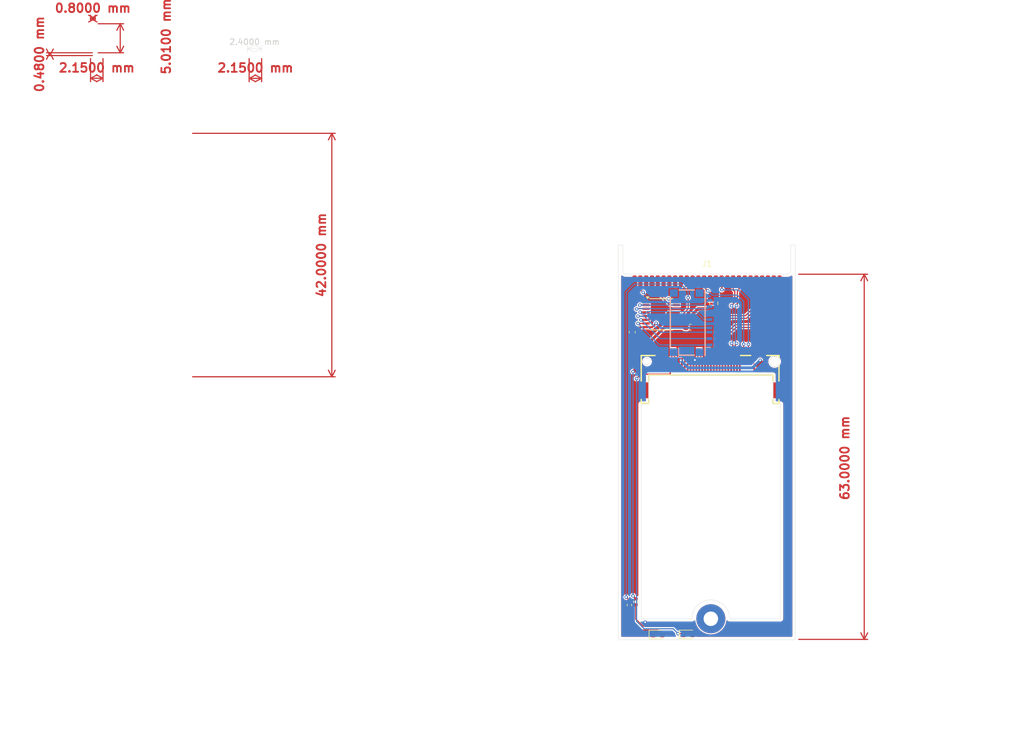
<source format=kicad_pcb>
(kicad_pcb (version 20240108) (generator "pcbnew") (generator_version "8.0")
  (layers (0 "F.Cu" signal) (31 "B.Cu" signal) (34 "B.Paste" user) (35 "F.Paste" user) (36 "B.SilkS" user "B.Silkscreen") (37 "F.SilkS" user "F.Silkscreen") (38 "B.Mask" user) (39 "F.Mask" user) (44 "Edge.Cuts" user))
  (net 0 "")
  (net 1 "GND")
  (net 2 "/SD_3V3")
  (net 3 "+3V3")
  (net 4 "Net-(D1-A)")
  (net 5 "/PCIe_LED")
  (net 6 "Net-(D2-A)")
  (net 7 "/SD_DAT1")
  (net 8 "/SD_DAT3")
  (net 9 "/SD_DAT0")
  (net 10 "/SD_CMD")
  (net 11 "/SD_CLK")
  (net 12 "/SD_DAT2")
  (net 13 "/USB_D-")
  (net 14 "/USB_D+")
  (net 15 "/SD_LED")
  (net 18 "/PERST")
  (net 20 "/CLKREQ")
  (net 59 "/PCIe_TX-")
  (net 60 "/PCIe_RX+")
  (net 61 "/PCIe_RX-")
  (net 62 "/PCIe_TX+")
  (net 63 "/RCLK+")
  (net 64 "/RCLK-")
  (net 69 "/E3V3")
  (footprint "Library:CONN-SMD_APCI0159-P001A" (layer "F.Cu") (at 169.75 99.78)
    (property "Reference" "J2" (hide yes))
    (property "Value" "Bus_M.2_Socket_M" (hide yes))
    (fp_line (start -12 -2.75) (end -12 1.65) (stroke (width 0.25)) (layer "F.SilkS"))
    (fp_line (start -12 4.86) (end -12 5.07) (stroke (width 0.25)) (layer "F.SilkS"))
    (fp_line (start -12 4.86) (end -12 5.48) (stroke (width 0.25)) (layer "F.SilkS"))
    (fp_line (start -12 5.48) (end -10.7 5.48) (stroke (width 0.25)) (layer "F.SilkS"))
    (fp_line (start -10.7 0.62) (end 10.7 0.62) (stroke (width 0.25)) (layer "F.SilkS"))
    (fp_line (start -10.7 1.67) (end -10.7 0.62) (stroke (width 0.25)) (layer "F.SilkS"))
    (fp_line (start -10.7 5.48) (end -10.7 4.84) (stroke (width 0.25)) (layer "F.SilkS"))
    (fp_line (start -9.63 -2.75) (end -12 -2.75) (stroke (width 0.25)) (layer "F.SilkS"))
    (fp_line (start 6.87 -2.75) (end 5.13 -2.75) (stroke (width 0.25)) (layer "F.SilkS"))
    (fp_line (start 10.7 1.67) (end 10.7 0.62) (stroke (width 0.25)) (layer "F.SilkS"))
    (fp_line (start 10.7 4.84) (end 10.7 5.5) (stroke (width 0.25)) (layer "F.SilkS"))
    (fp_line (start 10.7 5.5) (end 11.75 5.5) (stroke (width 0.25)) (layer "F.SilkS"))
    (fp_line (start 11.75 -2.75) (end 9.63 -2.75) (stroke (width 0.25)) (layer "F.SilkS"))
    (fp_line (start 11.75 -2.44) (end 11.75 -2.75) (stroke (width 0.25)) (layer "F.SilkS"))
    (fp_line (start 11.75 1.65) (end 11.75 -0.99) (stroke (width 0.25)) (layer "F.SilkS"))
    (fp_line (start 11.75 5.5) (end 11.75 4.86) (stroke (width 0.25)) (layer "F.SilkS"))
    (pad "" thru_hole circle (at -11 -1.71) (size 1.2 1.2) (drill 1.2) (layers "*.Cu" "*.Mask"))
    (pad "" thru_hole circle (at 11 -1.71) (size 1.7 1.7) (drill 1.7) (layers "*.Cu" "*.Mask"))
    (pad "1" smd rect (at -9.25 -3.26 90) (size 1.5 0.3) (layers "F.Cu" "F.Paste" "F.Mask") (net 1 "GND"))
    (pad "2" smd rect (at -9 -0.62 90) (size 1.5 0.3) (layers "F.Cu" "F.Paste" "F.Mask") (net 3 "+3V3"))
    (pad "3" smd rect (at -8.75 -3.26 90) (size 1.5 0.3) (layers "F.Cu" "F.Paste" "F.Mask") (net 1 "GND"))
    (pad "4" smd rect (at -8.5 -0.62 90) (size 1.5 0.3) (layers "F.Cu" "F.Paste" "F.Mask") (net 3 "+3V3"))
    (pad "5" smd rect (at -8.25 -3.26 90) (size 1.5 0.3) (layers "F.Cu" "F.Paste" "F.Mask"))
    (pad "6" smd rect (at -8 -0.62 90) (size 1.5 0.3) (layers "F.Cu" "F.Paste" "F.Mask"))
    (pad "7" smd rect (at -7.75 -3.26 90) (size 1.5 0.3) (layers "F.Cu" "F.Paste" "F.Mask"))
    (pad "8" smd rect (at -7.5 -0.62 90) (size 1.5 0.3) (layers "F.Cu" "F.Paste" "F.Mask"))
    (pad "9" smd rect (at -7.25 -3.26 90) (size 1.5 0.3) (layers "F.Cu" "F.Paste" "F.Mask") (net 1 "GND"))
    (pad "10" smd rect (at -7 -0.62 90) (size 1.5 0.3) (layers "F.Cu" "F.Paste" "F.Mask") (net 5 "/PCIe_LED"))
    (pad "11" smd rect (at -6.75 -3.26 90) (size 1.5 0.3) (layers "F.Cu" "F.Paste" "F.Mask"))
    (pad "12" smd rect (at -6.5 -0.62 90) (size 1.5 0.3) (layers "F.Cu" "F.Paste" "F.Mask") (net 3 "+3V3"))
    (pad "13" smd rect (at -6.25 -3.26 90) (size 1.5 0.3) (layers "F.Cu" "F.Paste" "F.Mask"))
    (pad "14" smd rect (at -6 -0.62 90) (size 1.5 0.3) (layers "F.Cu" "F.Paste" "F.Mask") (net 3 "+3V3"))
    (pad "15" smd rect (at -5.75 -3.26 90) (size 1.5 0.3) (layers "F.Cu" "F.Paste" "F.Mask") (net 1 "GND"))
    (pad "16" smd rect (at -5.5 -0.62 90) (size 1.5 0.3) (layers "F.Cu" "F.Paste" "F.Mask") (net 3 "+3V3"))
    (pad "17" smd rect (at -5.25 -3.26 90) (size 1.5 0.3) (layers "F.Cu" "F.Paste" "F.Mask"))
    (pad "18" smd rect (at -5 -0.62 90) (size 1.5 0.3) (layers "F.Cu" "F.Paste" "F.Mask") (net 3 "+3V3"))
    (pad "19" smd rect (at -4.75 -3.26 90) (size 1.5 0.3) (layers "F.Cu" "F.Paste" "F.Mask"))
    (pad "20" smd rect (at -4.5 -0.62 90) (size 1.5 0.3) (layers "F.Cu" "F.Paste" "F.Mask"))
    (pad "21" smd rect (at -4.25 -3.26 90) (size 1.5 0.3) (layers "F.Cu" "F.Paste" "F.Mask") (net 1 "GND"))
    (pad "22" smd rect (at -4 -0.62 90) (size 1.5 0.3) (layers "F.Cu" "F.Paste" "F.Mask"))
    (pad "23" smd rect (at -3.75 -3.26 90) (size 1.5 0.3) (layers "F.Cu" "F.Paste" "F.Mask"))
    (pad "24" smd rect (at -3.5 -0.62 90) (size 1.5 0.3) (layers "F.Cu" "F.Paste" "F.Mask"))
    (pad "25" smd rect (at -3.25 -3.26 90) (size 1.5 0.3) (layers "F.Cu" "F.Paste" "F.Mask"))
    (pad "26" smd rect (at -3 -0.62 90) (size 1.5 0.3) (layers "F.Cu" "F.Paste" "F.Mask"))
    (pad "27" smd rect (at -2.75 -3.26 90) (size 1.5 0.3) (layers "F.Cu" "F.Paste" "F.Mask") (net 1 "GND"))
    (pad "28" smd rect (at -2.5 -0.62 90) (size 1.5 0.3) (layers "F.Cu" "F.Paste" "F.Mask"))
    (pad "29" smd rect (at -2.25 -3.26 90) (size 1.5 0.3) (layers "F.Cu" "F.Paste" "F.Mask"))
    (pad "30" smd rect (at -2 -0.62 90) (size 1.5 0.3) (layers "F.Cu" "F.Paste" "F.Mask"))
    (pad "31" smd rect (at -1.75 -3.26 90) (size 1.5 0.3) (layers "F.Cu" "F.Paste" "F.Mask"))
    (pad "32" smd rect (at -1.5 -0.62 90) (size 1.5 0.3) (layers "F.Cu" "F.Paste" "F.Mask"))
    (pad "33" smd rect (at -1.25 -3.26 90) (size 1.5 0.3) (layers "F.Cu" "F.Paste" "F.Mask") (net 1 "GND"))
    (pad "34" smd rect (at -1 -0.62 90) (size 1.5 0.3) (layers "F.Cu" "F.Paste" "F.Mask"))
    (pad "35" smd rect (at -0.75 -3.26 90) (size 1.5 0.3) (layers "F.Cu" "F.Paste" "F.Mask"))
    (pad "36" smd rect (at -0.5 -0.62 90) (size 1.5 0.3) (layers "F.Cu" "F.Paste" "F.Mask"))
    (pad "37" smd rect (at -0.25 -3.26 90) (size 1.5 0.3) (layers "F.Cu" "F.Paste" "F.Mask"))
    (pad "38" smd rect (at 0 -0.62 90) (size 1.5 0.3) (layers "F.Cu" "F.Paste" "F.Mask"))
    (pad "39" smd rect (at 0.25 -3.26 90) (size 1.5 0.3) (layers "F.Cu" "F.Paste" "F.Mask") (net 1 "GND"))
    (pad "40" smd rect (at 0.5 -0.62 90) (size 1.5 0.3) (layers "F.Cu" "F.Paste" "F.Mask"))
    (pad "41" smd rect (at 0.75 -3.26 90) (size 1.5 0.3) (layers "F.Cu" "F.Paste" "F.Mask") (net 61 "/PCIe_RX-"))
    (pad "42" smd rect (at 1 -0.62 90) (size 1.5 0.3) (layers "F.Cu" "F.Paste" "F.Mask"))
    (pad "43" smd rect (at 1.25 -3.26 90) (size 1.5 0.3) (layers "F.Cu" "F.Paste" "F.Mask") (net 60 "/PCIe_RX+"))
    (pad "44" smd rect (at 1.5 -0.62 90) (size 1.5 0.3) (layers "F.Cu" "F.Paste" "F.Mask"))
    (pad "45" smd rect (at 1.75 -3.26 90) (size 1.5 0.3) (layers "F.Cu" "F.Paste" "F.Mask") (net 1 "GND"))
    (pad "46" smd rect (at 2 -0.62 90) (size 1.5 0.3) (layers "F.Cu" "F.Paste" "F.Mask"))
    (pad "47" smd rect (at 2.25 -3.26 90) (size 1.5 0.3) (layers "F.Cu" "F.Paste" "F.Mask") (net 59 "/PCIe_TX-"))
    (pad "48" smd rect (at 2.5 -0.62 90) (size 1.5 0.3) (layers "F.Cu" "F.Paste" "F.Mask"))
    (pad "49" smd rect (at 2.75 -3.26 90) (size 1.5 0.3) (layers "F.Cu" "F.Paste" "F.Mask") (net 62 "/PCIe_TX+"))
    (pad "50" smd rect (at 3 -0.62 90) (size 1.5 0.3) (layers "F.Cu" "F.Paste" "F.Mask") (net 18 "/PERST"))
    (pad "51" smd rect (at 3.25 -3.26 90) (size 1.5 0.3) (layers "F.Cu" "F.Paste" "F.Mask") (net 1 "GND"))
    (pad "52" smd rect (at 3.5 -0.62 90) (size 1.5 0.3) (layers "F.Cu" "F.Paste" "F.Mask") (net 20 "/CLKREQ"))
    (pad "53" smd rect (at 3.75 -3.26 90) (size 1.5 0.3) (layers "F.Cu" "F.Paste" "F.Mask") (net 64 "/RCLK-"))
    (pad "54" smd rect (at 4 -0.62 90) (size 1.5 0.3) (layers "F.Cu" "F.Paste" "F.Mask"))
    (pad "55" smd rect (at 4.25 -3.26 90) (size 1.5 0.3) (layers "F.Cu" "F.Paste" "F.Mask") (net 63 "/RCLK+"))
    (pad "56" smd rect (at 4.5 -0.62 90) (size 1.5 0.3) (layers "F.Cu" "F.Paste" "F.Mask"))
    (pad "57" smd rect (at 4.75 -3.26 90) (size 1.5 0.3) (layers "F.Cu" "F.Paste" "F.Mask") (net 1 "GND"))
    (pad "58" smd rect (at 5 -0.62 90) (size 1.5 0.3) (layers "F.Cu" "F.Paste" "F.Mask"))
    (pad "67" smd rect (at 7.25 -3.26 90) (size 1.5 0.3) (layers "F.Cu" "F.Paste" "F.Mask"))
    (pad "68" smd rect (at 7.5 -0.62 90) (size 1.5 0.3) (layers "F.Cu" "F.Paste" "F.Mask"))
    (pad "69" smd rect (at 7.75 -3.26 90) (size 1.5 0.3) (layers "F.Cu" "F.Paste" "F.Mask"))
    (pad "70" smd rect (at 8 -0.62 90) (size 1.5 0.3) (layers "F.Cu" "F.Paste" "F.Mask") (net 3 "+3V3"))
    (pad "71" smd rect (at 8.25 -3.26 90) (size 1.5 0.3) (layers "F.Cu" "F.Paste" "F.Mask") (net 1 "GND"))
    (pad "72" smd rect (at 8.5 -0.62 90) (size 1.5 0.3) (layers "F.Cu" "F.Paste" "F.Mask") (net 3 "+3V3"))
    (pad "73" smd rect (at 8.75 -3.26 90) (size 1.5 0.3) (layers "F.Cu" "F.Paste" "F.Mask") (net 1 "GND"))
    (pad "74" smd rect (at 9 -0.62 90) (size 1.5 0.3) (layers "F.Cu" "F.Paste" "F.Mask") (net 3 "+3V3"))
    (pad "75" smd rect (at 9.25 -3.26 90) (size 1.5 0.3) (layers "F.Cu" "F.Paste" "F.Mask") (net 1 "GND"))
    (pad "76" smd rect (at 11.38 3.26 90) (size 2.75 1.2) (layers "F.Cu" "F.Paste" "F.Mask"))
    (pad "77" smd rect (at -11.38 3.26 90) (size 2.75 1.2) (layers "F.Cu" "F.Paste" "F.Mask"))
  )
  (footprint "LED_SMD:LED_0603_1608Metric" (layer "F.Cu") (at 160.582499 145.18)
    (property "Reference" "D1" (hide yes))
    (property "Value" "LED" (hide yes))
    (fp_line (start -1.485 -0.735) (end -1.485 0.735) (stroke (width 0.12)) (layer "F.SilkS"))
    (fp_line (start -1.485 0.735) (end 0.8 0.735) (stroke (width 0.12)) (layer "F.SilkS"))
    (fp_line (start 0.8 -0.735) (end -1.485 -0.735) (stroke (width 0.12)) (layer "F.SilkS"))
    (pad "1" smd roundrect (at -0.787501 0) (size 0.875 0.95) (layers "F.Cu" "F.Paste" "F.Mask") (net 1 "GND"))
    (pad "2" smd roundrect (at 0.787501 0) (size 0.875 0.95) (layers "F.Cu" "F.Paste" "F.Mask") (net 4 "Net-(D1-A)"))
  )
  (footprint "Fuse:Fuse_0805_2012Metric" (layer "F.Cu") (at 170.25 88.022499 -90)
    (property "Reference" "F1" (hide yes))
    (property "Value" "Fuse_Small" (hide yes))
    (fp_line (start -0.258578 0.71) (end 0.258578 0.71) (stroke (width 0.12)) (layer "F.SilkS"))
    (fp_line (start -0.258578 -0.71) (end 0.258578 -0.71) (stroke (width 0.12)) (layer "F.SilkS"))
    (pad "1" smd roundrect (at -0.937501 0 270) (size 0.975 1.4) (layers "F.Cu" "F.Paste" "F.Mask") (net 69 "/E3V3"))
    (pad "2" smd roundrect (at 0.937501 0 270) (size 0.975 1.4) (layers "F.Cu" "F.Paste" "F.Mask") (net 3 "+3V3"))
  )
  (footprint "MountingHole:MountingHole_2.5mm_Pad" (layer "F.Cu") (at 169.75 142.45)
    (property "Reference" "REF**" (hide yes))
    (property "Value" "MountingHole_2.5mm_Pad" (hide yes))
    (pad "1" thru_hole circle (at 0 0) (size 5 5) (drill 2.5) (layers "*.Cu" "*.Mask"))
  )
  (footprint "LED_SMD:LED_0603_1608Metric" (layer "F.Cu") (at 165.81 145.15)
    (property "Reference" "D2" (hide yes))
    (property "Value" "LED" (hide yes))
    (fp_line (start -1.485 -0.735) (end -1.485 0.735) (stroke (width 0.12)) (layer "F.SilkS"))
    (fp_line (start -1.485 0.735) (end 0.8 0.735) (stroke (width 0.12)) (layer "F.SilkS"))
    (fp_line (start 0.8 -0.735) (end -1.485 -0.735) (stroke (width 0.12)) (layer "F.SilkS"))
    (pad "1" smd roundrect (at -0.787501 0) (size 0.875 0.95) (layers "F.Cu" "F.Paste" "F.Mask") (net 5 "/PCIe_LED"))
    (pad "2" smd roundrect (at 0.787501 0) (size 0.875 0.95) (layers "F.Cu" "F.Paste" "F.Mask") (net 6 "Net-(D2-A)"))
  )
  (footprint "Resistor_SMD:R_0402_1005Metric" (layer "F.Cu") (at 156.82 139.530001 90)
    (property "Reference" "R3" (hide yes))
    (property "Value" "10k" (hide yes))
    (fp_line (start -0.153641 -0.38) (end 0.153641 -0.38) (stroke (width 0.12)) (layer "F.SilkS"))
    (fp_line (start -0.153641 0.38) (end 0.153641 0.38) (stroke (width 0.12)) (layer "F.SilkS"))
    (pad "1" smd roundrect (at -0.509999 0 90) (size 0.54 0.64) (layers "F.Cu" "F.Paste" "F.Mask") (net 6 "Net-(D2-A)"))
    (pad "2" smd roundrect (at 0.509999 0 90) (size 0.54 0.64) (layers "F.Cu" "F.Paste" "F.Mask") (net 3 "+3V3"))
  )
  (footprint "Capacitor_SMD:C_0603_1608Metric" (layer "F.Cu") (at 166.225 92.16)
    (property "Reference" "C2" (hide yes))
    (property "Value" "10uF" (hide yes))
    (fp_line (start -0.140581 -0.51) (end 0.140581 -0.51) (stroke (width 0.12)) (layer "F.SilkS"))
    (fp_line (start -0.140581 0.51) (end 0.140581 0.51) (stroke (width 0.12)) (layer "F.SilkS"))
    (pad "1" smd roundrect (at -0.775 0) (size 0.9 0.95) (layers "F.Cu" "F.Paste" "F.Mask") (net 3 "+3V3"))
    (pad "2" smd roundrect (at 0.775 0) (size 0.9 0.95) (layers "F.Cu" "F.Paste" "F.Mask") (net 1 "GND"))
  )
  (footprint "Library:ExpressCard_Plug" (layer "F.Cu") (at 169.1 84.22)
    (property "Reference" "J1" (at 0 -3 0) (layer "F.SilkS") (effects (font (thickness 0.1))))
    (property "Value" "ExpressCard")
    (fp_line (start -13.35 -1.25) (end 13.35 -1.25) (stroke (width 0.05)) (layer "Edge.Cuts"))
    (pad "1" smd roundrect (at -12.5 0) (size 0.7 2) (layers "F.Cu" "F.Paste" "F.Mask") (net 1 "GND"))
    (pad "2" smd roundrect (at -11.5 0) (size 0.7 2) (layers "F.Cu" "F.Paste" "F.Mask") (net 13 "/USB_D-"))
    (pad "3" smd roundrect (at -10.5 0) (size 0.7 2) (layers "F.Cu" "F.Paste" "F.Mask") (net 14 "/USB_D+"))
    (pad "4" smd roundrect (at -9.5 0) (size 0.7 2) (layers "F.Cu" "F.Paste" "F.Mask") (net 1 "GND"))
    (pad "5" smd roundrect (at -8.5 0) (size 0.7 2) (layers "F.Cu" "F.Paste" "F.Mask"))
    (pad "6" smd roundrect (at -7.5 0) (size 0.7 2) (layers "F.Cu" "F.Paste" "F.Mask"))
    (pad "7" smd roundrect (at -6.5 0) (size 0.7 2) (layers "F.Cu" "F.Paste" "F.Mask"))
    (pad "8" smd roundrect (at -5.5 0) (size 0.7 2) (layers "F.Cu" "F.Paste" "F.Mask"))
    (pad "9" smd roundrect (at -4.5 0) (size 0.7 2) (layers "F.Cu" "F.Paste" "F.Mask"))
    (pad "10" smd roundrect (at -3.5 0) (size 0.7 2) (layers "F.Cu" "F.Paste" "F.Mask"))
    (pad "11" smd roundrect (at -2.5 0) (size 0.7 2) (layers "F.Cu" "F.Paste" "F.Mask"))
    (pad "12" smd roundrect (at -1.5 0) (size 0.7 2) (layers "F.Cu" "F.Paste" "F.Mask"))
    (pad "13" smd roundrect (at -0.5 0) (size 0.7 2) (layers "F.Cu" "F.Paste" "F.Mask") (net 18 "/PERST"))
    (pad "14" smd roundrect (at 0.5 0) (size 0.7 2) (layers "F.Cu" "F.Paste" "F.Mask") (net 69 "/E3V3"))
    (pad "15" smd roundrect (at 1.5 0) (size 0.7 2) (layers "F.Cu" "F.Paste" "F.Mask") (net 69 "/E3V3"))
    (pad "16" smd roundrect (at 2.5 0) (size 0.7 2) (layers "F.Cu" "F.Paste" "F.Mask") (net 20 "/CLKREQ"))
    (pad "17" smd roundrect (at 3.5 0) (size 0.7 2) (layers "F.Cu" "F.Paste" "F.Mask") (net 1 "GND"))
    (pad "18" smd roundrect (at 4.5 0) (size 0.7 2) (layers "F.Cu" "F.Paste" "F.Mask") (net 64 "/RCLK-"))
    (pad "19" smd roundrect (at 5.5 0) (size 0.7 2) (layers "F.Cu" "F.Paste" "F.Mask") (net 63 "/RCLK+"))
    (pad "20" smd roundrect (at 6.5 0) (size 0.7 2) (layers "F.Cu" "F.Paste" "F.Mask") (net 1 "GND"))
    (pad "21" smd roundrect (at 7.5 0) (size 0.7 2) (layers "F.Cu" "F.Paste" "F.Mask") (net 61 "/PCIe_RX-"))
    (pad "22" smd roundrect (at 8.5 0) (size 0.7 2) (layers "F.Cu" "F.Paste" "F.Mask") (net 60 "/PCIe_RX+"))
    (pad "23" smd roundrect (at 9.5 0) (size 0.7 2) (layers "F.Cu" "F.Paste" "F.Mask") (net 1 "GND"))
    (pad "24" smd roundrect (at 10.5 0) (size 0.7 2) (layers "F.Cu" "F.Paste" "F.Mask") (net 59 "/PCIe_TX-"))
    (pad "25" smd roundrect (at 11.5 0) (size 0.7 2) (layers "F.Cu" "F.Paste" "F.Mask") (net 62 "/PCIe_TX+"))
    (pad "26" smd roundrect (at 12.5 0) (size 0.7 2) (layers "F.Cu" "F.Paste" "F.Mask") (net 1 "GND"))
  )
  (footprint "Resistor_SMD:R_0402_1005Metric" (layer "F.Cu") (at 155.71 140.09 -90)
    (property "Reference" "R4" (hide yes))
    (property "Value" "10k" (hide yes))
    (fp_line (start -0.153641 0.38) (end 0.153641 0.38) (stroke (width 0.12)) (layer "F.SilkS"))
    (fp_line (start -0.153641 -0.38) (end 0.153641 -0.38) (stroke (width 0.12)) (layer "F.SilkS"))
    (pad "1" smd roundrect (at -0.509999 0 270) (size 0.54 0.64) (layers "F.Cu" "F.Paste" "F.Mask") (net 15 "/SD_LED"))
    (pad "2" smd roundrect (at 0.509999 0 270) (size 0.54 0.64) (layers "F.Cu" "F.Paste" "F.Mask") (net 4 "Net-(D1-A)"))
  )
  (footprint "Capacitor_SMD:C_0603_1608Metric" (layer "F.Cu") (at 156.2 93.01 -90)
    (property "Reference" "C1" (hide yes))
    (property "Value" "10uF" (hide yes))
    (fp_line (start -0.140581 0.51) (end 0.140581 0.51) (stroke (width 0.12)) (layer "F.SilkS"))
    (fp_line (start -0.140581 -0.51) (end 0.140581 -0.51) (stroke (width 0.12)) (layer "F.SilkS"))
    (pad "1" smd roundrect (at -0.775 0 270) (size 0.9 0.95) (layers "F.Cu" "F.Paste" "F.Mask") (net 2 "/SD_3V3"))
    (pad "2" smd roundrect (at 0.775 0 270) (size 0.9 0.95) (layers "F.Cu" "F.Paste" "F.Mask") (net 1 "GND"))
  )
  (footprint "Package_SO:SSOP-16_3.9x4.9mm_P0.635mm" (layer "F.Cu") (at 161.2 89.92)
    (property "Reference" "U1" (hide yes))
    (property "Value" "GL823K-HCY04" (hide yes))
    (fp_line (start -2 -2.7) (end 2 -2.7) (stroke (width 0.15)) (layer "F.SilkS"))
    (fp_line (start -2 2.7) (end 2 2.7) (stroke (width 0.15)) (layer "F.SilkS"))
    (fp_poly (pts (xy -2.35 -2.7) (xy -2.59 -3.03) (xy -2.11 -3.03) (xy -2.35 -2.7)) (stroke (width 0.12)) (fill solid) (layer "F.SilkS"))
    (pad "1" smd rect (at -2.6 -2.2225) (size 1.2 0.4) (layers "F.Cu" "F.Paste" "F.Mask") (net 1 "GND"))
    (pad "2" smd rect (at -2.6 -1.5875) (size 1.2 0.4) (layers "F.Cu" "F.Paste" "F.Mask") (net 7 "/SD_DAT1"))
    (pad "3" smd rect (at -2.6 -0.9525) (size 1.2 0.4) (layers "F.Cu" "F.Paste" "F.Mask") (net 9 "/SD_DAT0"))
    (pad "4" smd rect (at -2.6 -0.3175) (size 1.2 0.4) (layers "F.Cu" "F.Paste" "F.Mask") (net 11 "/SD_CLK"))
    (pad "5" smd rect (at -2.6 0.3175) (size 1.2 0.4) (layers "F.Cu" "F.Paste" "F.Mask") (net 10 "/SD_CMD"))
    (pad "6" smd rect (at -2.6 0.9525) (size 1.2 0.4) (layers "F.Cu" "F.Paste" "F.Mask") (net 8 "/SD_DAT3"))
    (pad "7" smd rect (at -2.6 1.5875) (size 1.2 0.4) (layers "F.Cu" "F.Paste" "F.Mask") (net 12 "/SD_DAT2"))
    (pad "8" smd rect (at -2.6 2.2225) (size 1.2 0.4) (layers "F.Cu" "F.Paste" "F.Mask") (net 2 "/SD_3V3"))
    (pad "9" smd rect (at 2.6 2.2225) (size 1.2 0.4) (layers "F.Cu" "F.Paste" "F.Mask") (net 3 "+3V3"))
    (pad "10" smd rect (at 2.6 1.5875) (size 1.2 0.4) (layers "F.Cu" "F.Paste" "F.Mask"))
    (pad "11" smd rect (at 2.6 0.9525) (size 1.2 0.4) (layers "F.Cu" "F.Paste" "F.Mask"))
    (pad "12" smd rect (at 2.6 0.3175) (size 1.2 0.4) (layers "F.Cu" "F.Paste" "F.Mask") (net 15 "/SD_LED"))
    (pad "13" smd rect (at 2.6 -0.3175) (size 1.2 0.4) (layers "F.Cu" "F.Paste" "F.Mask") (net 3 "+3V3"))
    (pad "14" smd rect (at 2.6 -0.9525) (size 1.2 0.4) (layers "F.Cu" "F.Paste" "F.Mask") (net 1 "GND"))
    (pad "15" smd rect (at 2.6 -1.5875) (size 1.2 0.4) (layers "F.Cu" "F.Paste" "F.Mask") (net 14 "/USB_D+"))
    (pad "16" smd rect (at 2.6 -2.2225) (size 1.2 0.4) (layers "F.Cu" "F.Paste" "F.Mask") (net 13 "/USB_D-"))
  )
  (footprint "Library:TF-SMD_TF-123-ARP9H15" (layer "B.Cu") (at 166.45 91.36 -90)
    (property "Reference" "J3" (hide yes))
    (property "Value" "Micro_SD_Card" (hide yes))
    (fp_line (start 4.220001 3.69) (end -4.220001 3.69) (stroke (width 0.25)) (layer "B.SilkS"))
    (fp_line (start -5.63 2.16) (end -5.63 -0.43) (stroke (width 0.25)) (layer "B.SilkS"))
    (fp_line (start 5.62 -0.43) (end 5.62 2.16) (stroke (width 0.25)) (layer "B.SilkS"))
    (fp_line (start -5.63 -2.29) (end -5.63 -2.31) (stroke (width 0.25)) (layer "B.SilkS"))
    (fp_line (start -5.63 -2.31) (end 5.62 -2.31) (stroke (width 0.25)) (layer "B.SilkS"))
    (fp_line (start 5.62 -2.31) (end 5.620001 -2.29) (stroke (width 0.25)) (layer "B.SilkS"))
    (pad "1" smd rect (at 3.85 -3.09 270) (size 0.5 1) (layers "B.Cu" "B.Paste" "B.Mask") (net 12 "/SD_DAT2"))
    (pad "2" smd rect (at 2.75 -3.09 270) (size 0.5 1) (layers "B.Cu" "B.Paste" "B.Mask") (net 8 "/SD_DAT3"))
    (pad "3" smd rect (at 1.65 -3.09 270) (size 0.5 1) (layers "B.Cu" "B.Paste" "B.Mask") (net 10 "/SD_CMD"))
    (pad "4" smd rect (at 0.9 -3.09 270) (size 0.5 1) (layers "B.Cu" "B.Paste" "B.Mask") (net 2 "/SD_3V3"))
    (pad "5" smd rect (at -0.55 -3.09 270) (size 0.5 1) (layers "B.Cu" "B.Paste" "B.Mask") (net 11 "/SD_CLK"))
    (pad "6" smd rect (at -1.65 -3.09 270) (size 0.5 1) (layers "B.Cu" "B.Paste" "B.Mask") (net 1 "GND"))
    (pad "7" smd rect (at -2.75 -3.09 270) (size 0.5 1) (layers "B.Cu" "B.Paste" "B.Mask") (net 9 "/SD_DAT0"))
    (pad "8" smd rect (at -3.85 -3.09 270) (size 0.5 1) (layers "B.Cu" "B.Paste" "B.Mask") (net 7 "/SD_DAT1"))
    (pad "9" smd rect (at 0.199999 -3.09 270) (size 0.5 1) (layers "B.Cu" "B.Paste" "B.Mask") (net 1 "GND"))
    (pad "10" smd rect (at -5.1 -1.36 270) (size 1.3 1.4) (layers "B.Cu" "B.Paste" "B.Mask"))
    (pad "11" smd rect (at -5.100001 3.09 270) (size 1.3 1.4) (layers "B.Cu" "B.Paste" "B.Mask"))
    (pad "12" smd rect (at 5.100001 3.09 270) (size 1.3 1.4) (layers "B.Cu" "B.Paste" "B.Mask"))
    (pad "13" smd rect (at 5.1 -1.36 270) (size 1.3 1.4) (layers "B.Cu" "B.Paste" "B.Mask"))
  )
  (gr_line (start 180.45 100.435) (end 159.05 100.435) (stroke (width 0.05)) (layer "Edge.Cuts"))
  (gr_line (start 159.05 105.435) (end 157.75 105.435) (stroke (width 0.05)) (layer "Edge.Cuts"))
  (gr_line (start 180.45 105.435) (end 181.75 105.435) (stroke (width 0.05)) (layer "Edge.Cuts"))
  (gr_line (start 184.3 146.06) (end 153.8 146.06) (stroke (width 0.05)) (layer "Edge.Cuts"))
  (gr_line (start 154.6 77.97) (end 154.6 82.46) (stroke (width 0.05)) (layer "Edge.Cuts"))
  (gr_arc (start 166.5 142.435) (mid 169.75 139.185) (end 173 142.435) (stroke (width 0.05)) (layer "Edge.Cuts"))
  (gr_arc (start 183.5 82.46) (mid 183.350624 82.820625) (end 182.989999 82.970005) (stroke (width 0.05)) (layer "Edge.Cuts"))
  (gr_line (start 153.8 77.97) (end 154.6 77.97) (stroke (width 0.05)) (layer "Edge.Cuts"))
  (gr_line (start 184.3 82.97) (end 184.3 146.06) (stroke (width 0.05)) (layer "Edge.Cuts"))
  (gr_line (start 153.8 82.97) (end 153.8 77.97) (stroke (width 0.05)) (layer "Edge.Cuts"))
  (gr_line (start 155.75 82.97) (end 155.1 82.97) (stroke (width 0.05)) (layer "Edge.Cuts"))
  (gr_line (start 183.5 77.97) (end 183.5 82.46) (stroke (width 0.05)) (layer "Edge.Cuts"))
  (gr_line (start 153.8 82.97) (end 153.8 146.06) (stroke (width 0.05)) (layer "Edge.Cuts"))
  (gr_line (start 157.75 105.435) (end 157.75 142.435) (stroke (width 0.05)) (layer "Edge.Cuts"))
  (gr_line (start 180.45 100.435) (end 180.45 105.435) (stroke (width 0.05)) (layer "Edge.Cuts"))
  (gr_line (start 184.3 82.97) (end 184.3 77.97) (stroke (width 0.05)) (layer "Edge.Cuts"))
  (gr_line (start 157.75 142.435) (end 166.5 142.435) (stroke (width 0.05)) (layer "Edge.Cuts"))
  (gr_line (start 184.3 77.97) (end 183.5 77.97) (stroke (width 0.05)) (layer "Edge.Cuts"))
  (gr_line (start 181.75 105.435) (end 181.75 142.435) (stroke (width 0.05)) (layer "Edge.Cuts"))
  (gr_line (start 182.46 82.97) (end 182.98 82.97) (stroke (width 0.05)) (layer "Edge.Cuts"))
  (gr_line (start 159.05 100.435) (end 159.05 105.435) (stroke (width 0.05)) (layer "Edge.Cuts"))
  (gr_arc (start 155.1 82.970005) (mid 154.745784 82.817144) (end 154.599897 82.46) (stroke (width 0.05)) (layer "Edge.Cuts"))
  (gr_line (start 173 142.435) (end 181.75 142.435) (stroke (width 0.05)) (layer "Edge.Cuts"))
  (dimension (type aligned) (layer "F.Cu") (pts (xy 63.61 44.8) (xy 63.61 45.28)) (height 7.82) (gr_text "0.4800 mm" (at 53.99 45.04 90) (layer "F.Cu") (effects (font (size 1.5 1.5) (thickness 0.3)))) (format (prefix "") (suffix "") (units 3) (units_format 1) (precision 4)) (style (thickness 0.2) (arrow_length 1.27) (text_position_mode 0) (extension_height 0.58642) (extension_offset 0.5) keep_text_aligned))
  (dimension (type aligned) (layer "F.Cu") (pts (xy 62.8 39.8) (xy 63.6 39.8)) (height -0.9) (gr_text "0.8000 mm" (at 63.2 37.1 0) (layer "F.Cu") (effects (font (size 1.5 1.5) (thickness 0.3)))) (format (prefix "") (suffix "") (units 3) (units_format 1) (precision 4)) (style (thickness 0.2) (arrow_length 1.27) (text_position_mode 0) (extension_height 0.58642) (extension_offset 0.5) keep_text_aligned))
  (dimension (type aligned) (layer "F.Cu") (pts (xy 184.4 83.01) (xy 184.4 146.01)) (height -11.8) (gr_text "63.0000 mm" (at 192.85 114.71 90) (layer "F.Cu") (effects (font (size 1.5 1.5) (thickness 0.3)))) (format (prefix "") (suffix "") (units 3) (units_format 1) (precision 4)) (style (thickness 0.2) (arrow_length 1.27) (text_position_mode 2) (extension_height 0.58642) (extension_offset 0.5) keep_text_aligned))
  (dimension (type aligned) (layer "F.Cu") (pts (xy 63.61 44.8) (xy 63.61 39.79)) (height 4.311744) (gr_text "5.0100 mm" (at 75.84 41.98 90) (layer "F.Cu") (effects (font (size 1.5 1.5) (thickness 0.3)))) (format (prefix "") (suffix "") (units 3) (units_format 1) (precision 4)) (style (thickness 0.2) (arrow_length 1.27) (text_position_mode 2) (extension_height 0.58642) (extension_offset 0.5) keep_text_aligned))
  (dimension (type aligned) (layer "F.Cu") (pts (xy 92.3 45.31) (xy 90.15 45.31)) (height -3.9) (gr_text "2.1500 mm" (at 91.225 47.41 0) (layer "F.Cu") (effects (font (size 1.5 1.5) (thickness 0.3)))) (format (prefix "") (suffix "") (units 3) (units_format 1) (precision 4)) (style (thickness 0.2) (arrow_length 1.27) (text_position_mode 0) (extension_height 0.58642) (extension_offset 0.5) keep_text_aligned))
  (dimension (type aligned) (layer "F.Cu") (pts (xy 64.95 45.3) (xy 62.8 45.3)) (height -3.9) (gr_text "2.1500 mm" (at 63.875 47.4 0) (layer "F.Cu") (effects (font (size 1.5 1.5) (thickness 0.3)))) (format (prefix "") (suffix "") (units 3) (units_format 1) (precision 4)) (style (thickness 0.2) (arrow_length 1.27) (text_position_mode 0) (extension_height 0.58642) (extension_offset 0.5) keep_text_aligned))
  (dimension (type aligned) (layer "F.Cu") (pts (xy 79.9 58.7) (xy 79.9 100.7)) (height -24.5) (gr_text "42.0000 mm" (at 102.6 79.7 90) (layer "F.Cu") (effects (font (size 1.5 1.5) (thickness 0.3)))) (format (prefix "") (suffix "") (units 3) (units_format 1) (precision 4)) (style (thickness 0.2) (arrow_length 1.27) (text_position_mode 0) (extension_height 0.58642) (extension_offset 0.5) keep_text_aligned))
  (dimension (type aligned) (layer "Edge.Cuts") (pts (xy 89.875 45.225) (xy 92.275 45.225)) (height -1.15) (gr_text "2.4000 mm" (at 91.075 42.925 0) (layer "Edge.Cuts") (effects (font (size 1 1) (thickness 0.15)))) (format (prefix "") (suffix "") (units 3) (units_format 1) (precision 4)) (style (thickness 0.05) (arrow_length 1.27) (text_position_mode 0) (extension_height 0.58642) (extension_offset 0.5) keep_text_aligned))
  (via (at 158.44 143.04) (size 0.6) (drill 0.3) (layers "F.Cu" "B.Cu") (net 1))
  (via (at 167 97.81) (size 0.6) (drill 0.3) (layers "F.Cu" "B.Cu") (net 1))
  (segment (start 160.314265 91.475735) (end 159.6475 92.1425) (width 0.3) (layer "F.Cu") (net 2))
  (segment (start 159.6475 92.1425) (end 158.6 92.1425) (width 0.3) (layer "F.Cu") (net 2))
  (segment (start 156.245 92.19) (end 156.2 92.235) (width 0.3) (layer "F.Cu") (net 2))
  (segment (start 158.6 92.1425) (end 158.5525 92.19) (width 0.3) (layer "F.Cu") (net 2))
  (segment (start 158.5525 92.19) (end 156.245 92.19) (width 0.3) (layer "F.Cu") (net 2))
  (via (at 160.314265 91.475735) (size 0.6) (drill 0.3) (layers "F.Cu" "B.Cu") (net 2))
  (segment (start 161.09853 92.26) (end 169.54 92.26) (width 0.3) (layer "B.Cu") (net 2))
  (segment (start 160.314265 91.475735) (end 161.09853 92.26) (width 0.3) (layer "B.Cu") (net 2))
  (segment (start 167.55 88.96) (end 165.45 91.06) (width 0.5) (layer "F.Cu") (net 3))
  (segment (start 156.43 99.71) (end 156.33 99.81) (width 0.5) (layer "F.Cu") (net 3))
  (segment (start 163.8 89.6025) (end 162.4075 89.6025) (width 0.3) (layer "F.Cu") (net 3))
  (segment (start 156.7 99.71) (end 156.43 99.71) (width 0.5) (layer "F.Cu") (net 3))
  (segment (start 162.36 92.16) (end 162.3775 92.1425) (width 0.3) (layer "F.Cu") (net 3))
  (segment (start 160.75 98.11) (end 161.1 97.76) (width 0.5) (layer "F.Cu") (net 3))
  (segment (start 156.82 138.99) (end 156.33 138.5) (width 0.2) (layer "F.Cu") (net 3))
  (segment (start 160.75 98.11) (end 159.35 99.51) (width 0.5) (layer "F.Cu") (net 3))
  (segment (start 162.22 89.79) (end 162.22 92.02) (width 0.3) (layer "F.Cu") (net 3))
  (segment (start 156.82 139.020002) (end 156.82 138.99) (width 0.2) (layer "F.Cu") (net 3))
  (segment (start 161.75 92.16) (end 165.45 92.16) (width 0.5) (layer "F.Cu") (net 3))
  (segment (start 170.25 88.96) (end 167.55 88.96) (width 0.5) (layer "F.Cu") (net 3))
  (segment (start 162.4075 89.6025) (end 162.22 89.79) (width 0.3) (layer "F.Cu") (net 3))
  (segment (start 165.45 91.06) (end 165.45 92.16) (width 0.5) (layer "F.Cu") (net 3))
  (segment (start 156.7 97.21) (end 161.75 92.16) (width 0.5) (layer "F.Cu") (net 3))
  (segment (start 162.22 92.02) (end 162.36 92.16) (width 0.3) (layer "F.Cu") (net 3))
  (segment (start 159.35 99.51) (end 156.9 99.51) (width 0.5) (layer "F.Cu") (net 3))
  (segment (start 156.7 99.71) (end 156.7 97.21) (width 0.5) (layer "F.Cu") (net 3))
  (segment (start 156.9 99.51) (end 156.7 99.71) (width 0.5) (layer "F.Cu") (net 3))
  (segment (start 160.75 99.16) (end 160.75 98.11) (width 0.5) (layer "F.Cu") (net 3))
  (segment (start 162.3775 92.1425) (end 163.8 92.1425) (width 0.3) (layer "F.Cu") (net 3))
  (via (at 164.55 97.86) (size 0.6) (drill 0.3) (layers "F.Cu" "B.Cu") (net 3))
  (via (at 156.33 138.5) (size 0.6) (drill 0.3) (layers "F.Cu" "B.Cu") (net 3))
  (via (at 156.33 99.81) (size 0.6) (drill 0.3) (layers "F.Cu" "B.Cu") (net 3))
  (via (at 178.25 97.86) (size 0.6) (drill 0.3) (layers "F.Cu" "B.Cu") (net 3))
  (segment (start 176.95 99.16) (end 178.25 97.86) (width 0.5) (layer "B.Cu") (net 3))
  (segment (start 164.55 97.86) (end 165.85 99.16) (width 0.5) (layer "B.Cu") (net 3))
  (segment (start 156.33 99.81) (end 156.33 138.5) (width 0.2) (layer "B.Cu") (net 3))
  (segment (start 165.85 99.16) (end 176.95 99.16) (width 0.5) (layer "B.Cu") (net 3))
  (segment (start 160.595 144.405) (end 156.905 144.405) (width 0.2) (layer "F.Cu") (net 4))
  (segment (start 161.37 145.18) (end 160.595 144.405) (width 0.2) (layer "F.Cu") (net 4))
  (segment (start 155.71 143.21) (end 155.71 140.599999) (width 0.2) (layer "F.Cu") (net 4))
  (segment (start 156.905 144.405) (end 155.71 143.21) (width 0.2) (layer "F.Cu") (net 4))
  (segment (start 162.75 99.16) (end 162.75 100.16) (width 0.2) (layer "F.Cu") (net 5))
  (segment (start 157.7 100.26) (end 156.95 101.01) (width 0.2) (layer "F.Cu") (net 5))
  (segment (start 158.95 100.26) (end 157.7 100.26) (width 0.2) (layer "F.Cu") (net 5))
  (segment (start 162.45 100.26) (end 158.95 100.26) (width 0.2) (layer "F.Cu") (net 5))
  (segment (start 162.65 100.26) (end 162.45 100.26) (width 0.2) (layer "F.Cu") (net 5))
  (segment (start 164.1 145.02) (end 164.892499 145.02) (width 0.2) (layer "F.Cu") (net 5))
  (segment (start 162.75 100.16) (end 162.65 100.26) (width 0.2) (layer "F.Cu") (net 5))
  (segment (start 164.892499 145.02) (end 165.022499 145.15) (width 0.2) (layer "F.Cu") (net 5))
  (via (at 156.95 101.01) (size 0.6) (drill 0.3) (layers "F.Cu" "B.Cu") (net 5))
  (via (at 164.1 145.02) (size 0.6) (drill 0.3) (layers "F.Cu" "B.Cu") (net 5))
  (segment (start 156.95 142.88) (end 156.95 101.01) (width 0.2) (layer "B.Cu") (net 5))
  (segment (start 158.25 144.18) (end 156.95 142.88) (width 0.2) (layer "B.Cu") (net 5))
  (segment (start 163.26 144.18) (end 158.25 144.18) (width 0.2) (layer "B.Cu") (net 5))
  (segment (start 164.1 145.02) (end 163.26 144.18) (width 0.2) (layer "B.Cu") (net 5))
  (segment (start 158.03 143.73) (end 165.177501 143.73) (width 0.2) (layer "F.Cu") (net 6))
  (segment (start 165.177501 143.73) (end 166.597501 145.15) (width 0.2) (layer "F.Cu") (net 6))
  (segment (start 156.82 140.04) (end 156.82 142.52) (width 0.2) (layer "F.Cu") (net 6))
  (segment (start 156.82 142.52) (end 158.03 143.73) (width 0.2) (layer "F.Cu") (net 6))
  (segment (start 158.588044 88.344456) (end 158.6 88.3325) (width 0.2) (layer "F.Cu") (net 7))
  (segment (start 157.515687 88.344456) (end 158.588044 88.344456) (width 0.2) (layer "F.Cu") (net 7))
  (via (at 157.515687 88.344456) (size 0.6) (drill 0.3) (layers "F.Cu" "B.Cu") (net 7))
  (segment (start 169.29 87.51) (end 169.54 87.51) (width 0.2) (layer "B.Cu") (net 7))
  (segment (start 157.515687 88.344456) (end 168.455544 88.344456) (width 0.2) (layer "B.Cu") (net 7))
  (segment (start 168.455544 88.344456) (end 169.29 87.51) (width 0.2) (layer "B.Cu") (net 7))
  (segment (start 157.699378 90.885001) (end 158.587499 90.885001) (width 0.2) (layer "F.Cu") (net 8))
  (segment (start 158.587499 90.885001) (end 158.6 90.8725) (width 0.2) (layer "F.Cu") (net 8))
  (via (at 157.699378 90.885001) (size 0.6) (drill 0.3) (layers "F.Cu" "B.Cu") (net 8))
  (segment (start 160.979331 94.11) (end 169.54 94.11) (width 0.2) (layer "B.Cu") (net 8))
  (segment (start 157.754332 90.885001) (end 160.979331 94.11) (width 0.2) (layer "B.Cu") (net 8))
  (segment (start 157.699378 90.885001) (end 157.754332 90.885001) (width 0.2) (layer "B.Cu") (net 8))
  (segment (start 157.015544 88.944456) (end 158.576956 88.944456) (width 0.2) (layer "F.Cu") (net 9))
  (segment (start 158.576956 88.944456) (end 158.6 88.9675) (width 0.2) (layer "F.Cu") (net 9))
  (segment (start 156.95 89.01) (end 157.015544 88.944456) (width 0.2) (layer "F.Cu") (net 9))
  (via (at 156.95 89.01) (size 0.6) (drill 0.3) (layers "F.Cu" "B.Cu") (net 9))
  (segment (start 157.015544 88.944456) (end 169.205544 88.944456) (width 0.2) (layer "B.Cu") (net 9))
  (segment (start 156.95 89.01) (end 157.015544 88.944456) (width 0.2) (layer "B.Cu") (net 9))
  (segment (start 169.205544 88.944456) (end 169.54 88.61) (width 0.2) (layer "B.Cu") (net 9))
  (segment (start 158.5775 90.26) (end 158.6 90.2375) (width 0.2) (layer "F.Cu") (net 10))
  (segment (start 157.2 90.26) (end 158.5775 90.26) (width 0.2) (layer "F.Cu") (net 10))
  (via (at 157.2 90.26) (size 0.6) (drill 0.3) (layers "F.Cu" "B.Cu") (net 10))
  (segment (start 161 93.01) (end 169.54 93.01) (width 0.2) (layer "B.Cu") (net 10))
  (segment (start 158.25 90.26) (end 161 93.01) (width 0.2) (layer "B.Cu") (net 10))
  (segment (start 157.2 90.26) (end 158.25 90.26) (width 0.2) (layer "B.Cu") (net 10))
  (segment (start 158.541956 89.544456) (end 158.6 89.6025) (width 0.2) (layer "F.Cu") (net 11))
  (segment (start 157.557772 89.544456) (end 158.541956 89.544456) (width 0.2) (layer "F.Cu") (net 11))
  (via (at 157.557772 89.544456) (size 0.6) (drill 0.3) (layers "F.Cu" "B.Cu") (net 11))
  (segment (start 158.415686 89.86) (end 158.815686 89.46) (width 0.2) (layer "B.Cu") (net 11))
  (segment (start 168.54 90.81) (end 169.54 90.81) (width 0.2) (layer "B.Cu") (net 11))
  (segment (start 157.557772 89.544456) (end 157.873316 89.86) (width 0.2) (layer "B.Cu") (net 11))
  (segment (start 158.815686 89.46) (end 167.19 89.46) (width 0.2) (layer "B.Cu") (net 11))
  (segment (start 167.19 89.46) (end 168.54 90.81) (width 0.2) (layer "B.Cu") (net 11))
  (segment (start 157.873316 89.86) (end 158.415686 89.86) (width 0.2) (layer "B.Cu") (net 11))
  (segment (start 158.5975 91.51) (end 158.6 91.5075) (width 0.2) (layer "F.Cu") (net 12))
  (segment (start 157.2 91.51) (end 158.5975 91.51) (width 0.2) (layer "F.Cu") (net 12))
  (via (at 157.2 91.51) (size 0.6) (drill 0.3) (layers "F.Cu" "B.Cu") (net 12))
  (segment (start 160.9 95.21) (end 169.54 95.21) (width 0.2) (layer "B.Cu") (net 12))
  (segment (start 157.2 91.51) (end 160.9 95.21) (width 0.2) (layer "B.Cu") (net 12))
  (segment (start 162.8875 87.6975) (end 162.45 87.26) (width 0.2) (layer "F.Cu") (net 13))
  (segment (start 157.6 85.66) (end 157.6 84.22) (width 0.2) (layer "F.Cu") (net 13))
  (segment (start 158.085 86.145) (end 157.6 85.66) (width 0.2) (layer "F.Cu") (net 13))
  (segment (start 163.8 87.6975) (end 162.8875 87.6975) (width 0.2) (layer "F.Cu") (net 13))
  (via (at 162.45 87.26) (size 0.6) (drill 0.3) (layers "F.Cu" "B.Cu") (net 13))
  (via (at 158.085 86.145) (size 0.6) (drill 0.3) (layers "F.Cu" "B.Cu") (net 13))
  (segment (start 159.2 87.26) (end 162.45 87.26) (width 0.2) (layer "B.Cu") (net 13))
  (segment (start 158.085 86.145) (end 159.2 87.26) (width 0.2) (layer "B.Cu") (net 13))
  (segment (start 160.851471 86.51) (end 159.45 86.51) (width 0.2) (layer "F.Cu") (net 14))
  (segment (start 158.6 85.66) (end 158.6 84.22) (width 0.2) (layer "F.Cu") (net 14))
  (segment (start 162.673971 88.3325) (end 160.851471 86.51) (width 0.2) (layer "F.Cu") (net 14))
  (segment (start 163.8 88.3325) (end 162.673971 88.3325) (width 0.2) (layer "F.Cu") (net 14))
  (segment (start 159.45 86.51) (end 158.6 85.66) (width 0.2) (layer "F.Cu") (net 14))
  (segment (start 155.71 139.580001) (end 155.71 139.27) (width 0.2) (layer "F.Cu") (net 15))
  (segment (start 155.71 139.27) (end 155.16 138.72) (width 0.2) (layer "F.Cu") (net 15))
  (segment (start 164.6 90.2375) (end 163.8 90.2375) (width 0.2) (layer "F.Cu") (net 15))
  (segment (start 165.84 88.9975) (end 164.6 90.2375) (width 0.2) (layer "F.Cu") (net 15))
  (segment (start 165.84 87.05) (end 165.84 88.9975) (width 0.2) (layer "F.Cu") (net 15))
  (via (at 155.16 138.72) (size 0.6) (drill 0.3) (layers "F.Cu" "B.Cu") (net 15))
  (via (at 165.84 87.05) (size 0.6) (drill 0.3) (layers "F.Cu" "B.Cu") (net 15))
  (segment (start 156.59 84.7) (end 155.16 86.13) (width 0.2) (layer "B.Cu") (net 15))
  (segment (start 164.58 84.7) (end 156.59 84.7) (width 0.2) (layer "B.Cu") (net 15))
  (segment (start 155.16 86.13) (end 155.16 138.72) (width 0.2) (layer "B.Cu") (net 15))
  (segment (start 165.84 87.05) (end 165.84 85.96) (width 0.2) (layer "B.Cu") (net 15))
  (segment (start 165.84 85.96) (end 164.58 84.7) (width 0.2) (layer "B.Cu") (net 15))
  (segment (start 175.41 97.08) (end 175.44 97.11) (width 0.2) (layer "F.Cu") (net 18))
  (segment (start 175.44 97.11) (end 174.89 97.66) (width 0.2) (layer "F.Cu") (net 18))
  (segment (start 172.75 98.094314) (end 172.75 99.16) (width 0.2) (layer "F.Cu") (net 18))
  (segment (start 168.6 85.259998) (end 168.6 84.22) (width 0.2) (layer "F.Cu") (net 18))
  (segment (start 175.41 95.08) (end 175.41 97.08) (width 0.2) (layer "F.Cu") (net 18))
  (segment (start 174.89 97.66) (end 173.184314 97.66) (width 0.2) (layer "F.Cu") (net 18))
  (segment (start 169.225001 85.884999) (end 168.6 85.259998) (width 0.2) (layer "F.Cu") (net 18))
  (segment (start 173.184314 97.66) (end 172.75 98.094314) (width 0.2) (layer "F.Cu") (net 18))
  (via (at 175.41 95.08) (size 0.6) (drill 0.3) (layers "F.Cu" "B.Cu") (net 18))
  (via (at 169.225001 85.884999) (size 0.6) (drill 0.3) (layers "F.Cu" "B.Cu") (net 18))
  (segment (start 175.41 95.08) (end 175.41 87.69) (width 0.2) (layer "B.Cu") (net 18))
  (segment (start 175.41 87.69) (end 174.34 86.62) (width 0.2) (layer "B.Cu") (net 18))
  (segment (start 169.960002 86.62) (end 169.225001 85.884999) (width 0.2) (layer "B.Cu") (net 18))
  (segment (start 174.34 86.62) (end 169.960002 86.62) (width 0.2) (layer "B.Cu") (net 18))
  (segment (start 176.23 97.39) (end 175.56 98.06) (width 0.2) (layer "F.Cu") (net 20))
  (segment (start 176.23 95.11) (end 176.23 97.39) (width 0.2) (layer "F.Cu") (net 20))
  (segment (start 175.56 98.06) (end 173.35 98.06) (width 0.2) (layer "F.Cu") (net 20))
  (segment (start 173.35 98.06) (end 173.25 98.16) (width 0.2) (layer "F.Cu") (net 20))
  (segment (start 171.65 85.66) (end 171.65 84.27) (width 0.2) (layer "F.Cu") (net 20))
  (segment (start 171.65 84.27) (end 171.6 84.22) (width 0.2) (layer "F.Cu") (net 20))
  (segment (start 173.25 98.16) (end 173.25 99.16) (width 0.2) (layer "F.Cu") (net 20))
  (via (at 176.23 95.11) (size 0.6) (drill 0.3) (layers "F.Cu" "B.Cu") (net 20))
  (via (at 171.65 85.66) (size 0.6) (drill 0.3) (layers "F.Cu" "B.Cu") (net 20))
  (segment (start 176.23 87.42) (end 174.52 85.71) (width 0.2) (layer "B.Cu") (net 20))
  (segment (start 171.7 85.71) (end 171.65 85.66) (width 0.2) (layer "B.Cu") (net 20))
  (segment (start 174.52 85.71) (end 171.7 85.71) (width 0.2) (layer "B.Cu") (net 20))
  (segment (start 176.23 95.11) (end 176.23 87.42) (width 0.2) (layer "B.Cu") (net 20))
  (segment (start 179.875 88.9068) (end 179.875 85.995001) (width 0.2) (layer "F.Cu") (net 59))
  (segment (start 179.6 85.720001) (end 179.6 84.22) (width 0.2) (layer "F.Cu") (net 59))
  (segment (start 179.875 85.995001) (end 179.6 85.720001) (width 0.2) (layer "F.Cu") (net 59))
  (segment (start 172.025 93.6268) (end 173.9168 91.735) (width 0.2) (layer "F.Cu") (net 59))
  (segment (start 173.9168 91.735) (end 177.0468 91.735) (width 0.2) (layer "F.Cu") (net 59))
  (segment (start 177.0468 91.735) (end 179.875 88.9068) (width 0.2) (layer "F.Cu") (net 59))
  (segment (start 172 95.394999) (end 172.025 95.369999) (width 0.2) (layer "F.Cu") (net 59))
  (segment (start 172.025 95.369999) (end 172.025 93.6268) (width 0.2) (layer "F.Cu") (net 59))
  (segment (start 172 96.52) (end 172 95.394999) (width 0.2) (layer "F.Cu") (net 59))
  (segment (start 171 95.394999) (end 170.975 95.369999) (width 0.2) (layer "F.Cu") (net 60))
  (segment (start 177.325 89.1932) (end 177.325 85.995001) (width 0.2) (layer "F.Cu") (net 60))
  (segment (start 177.6 85.720001) (end 177.6 84.22) (width 0.2) (layer "F.Cu") (net 60))
  (segment (start 177.325 85.995001) (end 177.6 85.720001) (width 0.2) (layer "F.Cu") (net 60))
  (segment (start 170.975 92.8632) (end 173.2232 90.615) (width 0.2) (layer "F.Cu") (net 60))
  (segment (start 173.2232 90.615) (end 175.9032 90.615) (width 0.2) (layer "F.Cu") (net 60))
  (segment (start 171 96.52) (end 171 95.394999) (width 0.2) (layer "F.Cu") (net 60))
  (segment (start 175.9032 90.615) (end 177.325 89.1932) (width 0.2) (layer "F.Cu") (net 60))
  (segment (start 170.975 95.369999) (end 170.975 92.8632) (width 0.2) (layer "F.Cu") (net 60))
  (segment (start 170.525 95.369999) (end 170.525 92.6768) (width 0.2) (layer "F.Cu") (net 61))
  (segment (start 170.5 95.394999) (end 170.525 95.369999) (width 0.2) (layer "F.Cu") (net 61))
  (segment (start 173.0368 90.165) (end 175.7168 90.165) (width 0.2) (layer "F.Cu") (net 61))
  (segment (start 170.5 96.52) (end 170.5 95.394999) (width 0.2) (layer "F.Cu") (net 61))
  (segment (start 176.6 85.720001) (end 176.6 84.22) (width 0.2) (layer "F.Cu") (net 61))
  (segment (start 176.875 89.0068) (end 176.875 85.995001) (width 0.2) (layer "F.Cu") (net 61))
  (segment (start 170.525 92.6768) (end 173.0368 90.165) (width 0.2) (layer "F.Cu") (net 61))
  (segment (start 176.875 85.995001) (end 176.6 85.720001) (width 0.2) (layer "F.Cu") (net 61))
  (segment (start 175.7168 90.165) (end 176.875 89.0068) (width 0.2) (layer "F.Cu") (net 61))
  (segment (start 172.475 95.369999) (end 172.475 93.8132) (width 0.2) (layer "F.Cu") (net 62))
  (segment (start 180.325 85.995001) (end 180.6 85.720001) (width 0.2) (layer "F.Cu") (net 62))
  (segment (start 172.5 96.52) (end 172.5 95.394999) (width 0.2) (layer "F.Cu") (net 62))
  (segment (start 180.6 85.720001) (end 180.6 84.22) (width 0.2) (layer "F.Cu") (net 62))
  (segment (start 177.2332 92.185) (end 180.325 89.0932) (width 0.2) (layer "F.Cu") (net 62))
  (segment (start 172.5 95.394999) (end 172.475 95.369999) (width 0.2) (layer "F.Cu") (net 62))
  (segment (start 174.1032 92.185) (end 177.2332 92.185) (width 0.2) (layer "F.Cu") (net 62))
  (segment (start 172.475 93.8132) (end 174.1032 92.185) (width 0.2) (layer "F.Cu") (net 62))
  (segment (start 180.325 89.0932) (end 180.325 85.995001) (width 0.2) (layer "F.Cu") (net 62))
  (segment (start 174.325 88.066397) (end 174.325 85.995001) (width 0.2) (layer "F.Cu") (net 63))
  (segment (start 173.975001 96.495001) (end 173.975001 95.139561) (width 0.2) (layer "F.Cu") (net 63))
  (segment (start 174 96.52) (end 173.975001 96.495001) (width 0.2) (layer "F.Cu") (net 63))
  (segment (start 174.325 85.995001) (end 174.6 85.720001) (width 0.2) (layer "F.Cu") (net 63))
  (segment (start 174.175 88.216397) (end 174.325 88.066397) (width 0.2) (layer "F.Cu") (net 63))
  (segment (start 174.175 88.43) (end 174.175 88.216397) (width 0.2) (layer "F.Cu") (net 63))
  (segment (start 174.6 85.720001) (end 174.6 84.22) (width 0.2) (layer "F.Cu") (net 63))
  (segment (start 173.975001 95.139561) (end 174.175 94.939562) (width 0.2) (layer "F.Cu") (net 63))
  (via (at 174.175 94.939562) (size 0.6) (drill 0.3) (layers "F.Cu" "B.Cu") (net 63))
  (via (at 174.175 88.43) (size 0.6) (drill 0.3) (layers "F.Cu" "B.Cu") (net 63))
  (segment (start 173.975001 88.629999) (end 174.175 88.43) (width 0.2) (layer "B.Cu") (net 63))
  (segment (start 173.975001 94.739563) (end 173.975001 88.629999) (width 0.2) (layer "B.Cu") (net 63))
  (segment (start 174.175 94.939562) (end 173.975001 94.739563) (width 0.2) (layer "B.Cu") (net 63))
  (segment (start 173.5 96.52) (end 173.524999 96.495001) (width 0.2) (layer "F.Cu") (net 64))
  (segment (start 173.524999 96.495001) (end 173.524999 95.139561) (width 0.2) (layer "F.Cu") (net 64))
  (segment (start 173.6 85.720001) (end 173.6 84.22) (width 0.2) (layer "F.Cu") (net 64))
  (segment (start 173.524999 95.139561) (end 173.325 94.939562) (width 0.2) (layer "F.Cu") (net 64))
  (segment (start 173.325 88.43) (end 173.875 87.88) (width 0.2) (layer "F.Cu") (net 64))
  (segment (start 173.875 87.88) (end 173.875 85.995001) (width 0.2) (layer "F.Cu") (net 64))
  (segment (start 173.875 85.995001) (end 173.6 85.720001) (width 0.2) (layer "F.Cu") (net 64))
  (via (at 173.325 94.939562) (size 0.6) (drill 0.3) (layers "F.Cu" "B.Cu") (net 64))
  (via (at 173.325 88.43) (size 0.6) (drill 0.3) (layers "F.Cu" "B.Cu") (net 64))
  (segment (start 173.524999 94.739563) (end 173.524999 88.629999) (width 0.2) (layer "B.Cu") (net 64))
  (segment (start 173.524999 88.629999) (end 173.325 88.43) (width 0.2) (layer "B.Cu") (net 64))
  (segment (start 173.325 94.939562) (end 173.524999 94.739563) (width 0.2) (layer "B.Cu") (net 64))
  (zone (net 3) (net_name "+3V3") (layer "F.Cu") (priority 3) (connect_pads yes (clearance 0.2)) (min_thickness 0.25) (fill yes (thermal_gap 0.2) (thermal_bridge_width 0.5))
    (polygon (pts (xy 178.95 100.01) (xy 178.95 98.21) (xy 178.25 97.56) (xy 177.6 98.21) (xy 177.6 100.01)))
  )
  (zone (net 1) (net_name "GND") (layer "F.Cu") (connect_pads yes (clearance 0.2)) (min_thickness 0.25) (fill yes (thermal_gap 0.2) (thermal_bridge_width 0.5))
    (polygon (pts (xy 130 61.25) (xy 121.5 165) (xy 223.75 166) (xy 207.5 57.25)))
  )
  (zone (net 69) (net_name "/E3V3") (layer "F.Cu") (priority 2) (connect_pads yes (clearance 0.2)) (min_thickness 0.25) (fill yes (thermal_gap 0.2) (thermal_bridge_width 0.5))
    (polygon (pts (xy 169.15 85.16) (xy 169.25 87.71) (xy 171.15 87.71) (xy 171.15 83.46) (xy 169.15 83.46)))
  )
  (zone (net 3) (net_name "+3V3") (layer "F.Cu") (priority 1) (connect_pads (clearance 0.2)) (min_thickness 0.25) (fill yes (thermal_gap 0.2) (thermal_bridge_width 0.5))
    (polygon (pts (xy 164.95 100.26) (xy 164.95 97.01) (xy 160.2 97.01) (xy 160.45 98.16) (xy 160.45 100.26)))
  )
  (zone (net 1) (net_name "GND") (layer "B.Cu") (connect_pads yes (clearance 0.2)) (min_thickness 0.25) (fill yes (thermal_gap 0.2) (thermal_bridge_width 0.5))
    (polygon (pts (xy 128.343351 60.82858) (xy 119.843351 164.57858) (xy 222.093351 165.57858) (xy 205.843351 56.82858)))
  )
)
</source>
